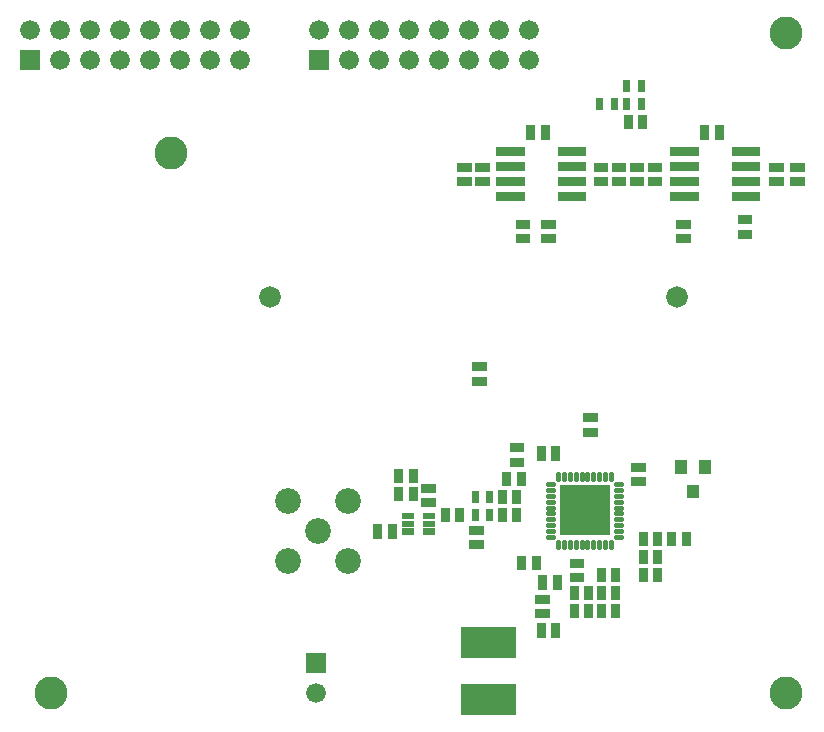
<source format=gbr>
G04 Title: RX Daughterboard, solder mask component side *
G04 Creator: pcb-bin 1.99q *
G04 CreationDate: Thu Apr 28 23:14:29 2005 UTC *
G04 For: matt *
G04 Format: Gerber/RS-274X *
G04 PCB-Dimensions: 275000 250000 *
G04 PCB-Coordinate-Origin: lower left *
%MOIN*%
%FSLAX24Y24*%
%IPPOS*%
%ADD11C,0.0400*%
%ADD12C,0.0080*%
%ADD13C,0.0239*%
%ADD14C,0.0140*%
%ADD15C,0.0300*%
%ADD16C,0.0600*%
%ADD17C,0.0250*%
%ADD18C,0.0450*%
%ADD19C,0.0140*%
%ADD20C,0.0299*%
%ADD21C,0.0100*%
%ADD22C,0.0110*%
%ADD23C,0.0249*%
%ADD24R,0.0240X0.0240*%
%ADD25R,0.0440X0.0440*%
%ADD26R,0.0300X0.0300*%
%ADD27C,0.0060*%
%ADD28C,0.0080*%
%ADD29C,0.0800*%
%ADD30C,0.0860*%
%ADD31C,0.1100X0.0800*%
%ADD32C,0.1100*%
%ADD33C,0.0110*%
%AMTHERM1*7,0,0,0.1100,0.0800,0.0110,45*%
%ADD34THERM1*%
%ADD35R,0.0970X0.0970*%
%ADD36R,0.1170X0.1170*%
%ADD37R,0.1030X0.1030*%
%ADD38C,0.0200*%
%ADD39R,0.0560X0.0560*%
%ADD40R,0.0860X0.0860*%
%ADD41R,0.0620X0.0620*%
%ADD42R,0.1220X0.1220*%
%ADD43R,0.1520X0.1520*%
%ADD44R,0.1280X0.1280*%
%ADD45R,0.0340X0.0340*%
%ADD46R,0.0640X0.0640*%
%ADD47R,0.0400X0.0400*%
%ADD48R,0.0540X0.0540*%
%ADD49R,0.0480X0.0480*%
%ADD50R,0.0680X0.0680*%
%ADD51R,0.0200X0.0200*%
%ADD52R,0.0500X0.0500*%
%ADD53R,0.0600X0.0600*%
%ADD54R,0.0660X0.0660*%
%ADD55R,0.0900X0.0900X0.0600X0.0600*%
%ADD56R,0.0900X0.0900*%
%ADD57C,0.0600*%
%ADD58C,0.0660*%
%AMTHERM2*7,0,0,0.0900,0.0600,0.0100,45*%
%ADD59THERM2*%
%ADD60C,0.0900X0.0600*%
%ADD61C,0.0900*%
%ADD62R,0.0150X0.0150*%
%ADD63R,0.0450X0.0450*%
%ADD64R,0.0210X0.0210*%
%ADD65C,0.0410*%
%ADD66C,0.0170*%
%ADD67R,0.1610X0.1610*%
%ADD68R,0.1910X0.1910*%
%ADD69R,0.1670X0.1670*%
%ADD70C,0.0720*%
%ADD71C,0.0920X0.0720*%
%ADD72C,0.0920*%
%ADD73C,0.0240*%
%ADD74C,0.0340*%
%ADD75C,0.1320*%
%ADD76C,0.1520*%
%ADD77C,0.1520X0.1320*%
%ADD78C,0.0600*%
%ADD79C,0.0125*%
%AMTHERM3*7,0,0,0.0800,0.0600,0.0125,45*%
%ADD80THERM3*%
%ADD81C,0.0800*%
%ADD82C,0.0800X0.0600*%
%ADD83C,0.0350*%
%ADD84C,0.0100*%
%AMTHERM4*7,0,0,0.0510,0.0350,0.0100,45*%
%ADD85THERM4*%
%ADD86C,0.0510*%
%ADD87C,0.0510X0.0350*%
%ADD88C,0.0360*%
%ADD89C,0.0520*%
%ADD90C,0.0520X0.0360*%
%AMTHERM5*7,0,0,0.0799,0.0600,0.0125,45*%
%ADD91THERM5*%
%ADD92C,0.0799*%
%ADD93C,0.0799X0.0600*%
%ADD94C,0.0090*%
%AMTHERM6*7,0,0,0.0520,0.0360,0.0090,45*%
%ADD95THERM6*%
%ADD96C,0.0310*%
%ADD97C,0.0080*%
%AMTHERM7*7,0,0,0.0469,0.0310,0.0080,45*%
%ADD98THERM7*%
%ADD99C,0.0469*%
%ADD100C,0.0469X0.0310*%
%AMTHERM8*7,0,0,0.0510,0.0350,0.0100,45*%
%ADD101THERM8*%
%ADD102C,0.0510*%
%ADD103C,0.0510X0.0350*%
%LNGROUP_3*%
%LPD*%
G01X0Y0D02*
G54D26*X15710Y11910D02*X15890D01*
X15710Y12390D02*X15890D01*
X19760Y19040D02*X19940D01*
X19760Y18560D02*X19940D01*
X20960D02*X21140D01*
X20960Y19040D02*X21140D01*
X21560D02*X21740D01*
X21560Y18560D02*X21740D01*
X20360D02*X20540D01*
X20360Y19040D02*X20540D01*
X20760Y20640D02*Y20460D01*
X21240Y20640D02*Y20460D01*
X17990Y20290D02*Y20110D01*
X17510Y20290D02*Y20110D01*
G54D47*X23300Y9080D02*Y9020D01*
X22520Y9080D02*Y9020D01*
X22910Y8260D02*Y8200D01*
G54D26*X23790Y20290D02*Y20110D01*
X23310Y20290D02*Y20110D01*
G54D24*X20710Y21840D02*Y21660D01*
X21190Y21840D02*Y21660D01*
G54D26*X17860Y3690D02*Y3510D01*
X18340Y3690D02*Y3510D01*
X17810Y4640D02*X17990D01*
X17810Y4160D02*X17990D01*
X17910Y5290D02*Y5110D01*
X18390Y5290D02*Y5110D01*
G54D24*X15660Y8140D02*Y7960D01*
X16140Y8140D02*Y7960D01*
G54D26*X14010Y8340D02*X14190D01*
X14010Y7860D02*X14190D01*
X13590Y8240D02*Y8060D01*
X13110Y8240D02*Y8060D01*
X14660Y7540D02*Y7360D01*
X15140Y7540D02*Y7360D01*
X17210Y5940D02*Y5760D01*
X17690Y5940D02*Y5760D01*
X21260Y6140D02*Y5960D01*
X21740Y6140D02*Y5960D01*
X16560Y7540D02*Y7360D01*
X17040Y7540D02*Y7360D01*
X15610Y6460D02*X15790D01*
X15610Y6940D02*X15790D01*
X18960Y5840D02*X19140D01*
X18960Y5360D02*X19140D01*
X17860Y9590D02*Y9410D01*
X18340Y9590D02*Y9410D01*
X16960Y9690D02*X17140D01*
X16960Y9210D02*X17140D01*
X22210Y6740D02*Y6560D01*
X22690Y6740D02*Y6560D01*
X19410Y10690D02*X19590D01*
X19410Y10210D02*X19590D01*
X13590Y8840D02*Y8660D01*
X13110Y8840D02*Y8660D01*
X21740Y5540D02*Y5360D01*
X21260Y5540D02*Y5360D01*
X16560Y8140D02*Y7960D01*
X17040Y8140D02*Y7960D01*
X21010Y9040D02*X21190D01*
X21010Y8560D02*X21190D01*
X16710Y8740D02*Y8560D01*
X17190Y8740D02*Y8560D01*
G54D37*X15710Y3190D02*X16490D01*
X15710Y1310D02*X16490D01*
G54D26*X15810Y19040D02*X15990D01*
X15810Y18560D02*X15990D01*
X21250Y6740D02*Y6560D01*
X21730Y6740D02*Y6560D01*
X26310Y18560D02*X26490D01*
X26310Y19040D02*X26490D01*
X19860Y4340D02*Y4160D01*
X20340Y4340D02*Y4160D01*
G54D64*X13310Y7410D02*X13510D01*
X13310Y7150D02*X13510D01*
X13310Y6900D02*X13510D01*
X14010D02*X14210D01*
X14010Y7150D02*X14210D01*
X14010Y7410D02*X14210D01*
G54D26*X24350Y18050D02*X25000D01*
X24350Y18550D02*X25000D01*
X24350Y19050D02*X25000D01*
X24350Y19550D02*X25000D01*
X22300D02*X22950D01*
X22300Y19050D02*X22950D01*
X22300Y18550D02*X22950D01*
X22300Y18050D02*X22950D01*
X18960Y4340D02*Y4160D01*
X19440Y4340D02*Y4160D01*
X24560Y17290D02*X24740D01*
X24560Y16810D02*X24740D01*
X25610Y19040D02*X25790D01*
X25610Y18560D02*X25790D01*
G54D66*X18080Y8480D02*X18250D01*
X18080Y8280D02*X18250D01*
X18080Y8090D02*X18250D01*
X18080Y7890D02*X18250D01*
X18080Y7690D02*X18250D01*
X18080Y7510D02*X18250D01*
X18080Y7310D02*X18250D01*
X18080Y7110D02*X18250D01*
X18080Y6920D02*X18250D01*
X18080Y6720D02*X18250D01*
X18420Y6550D02*Y6380D01*
X18620Y6550D02*Y6380D01*
X18810Y6550D02*Y6380D01*
X19010Y6550D02*Y6380D01*
X19210Y6550D02*Y6380D01*
X19390Y6550D02*Y6380D01*
X19590Y6550D02*Y6380D01*
X19790Y6550D02*Y6380D01*
X19980Y6550D02*Y6380D01*
X20180Y6550D02*Y6380D01*
X20350Y6720D02*X20520D01*
X20350Y6920D02*X20520D01*
X20350Y7110D02*X20520D01*
X20350Y7310D02*X20520D01*
X20350Y7510D02*X20520D01*
X20350Y7690D02*X20520D01*
X20350Y7890D02*X20520D01*
X20350Y8090D02*X20520D01*
X20350Y8280D02*X20520D01*
X20350Y8480D02*X20520D01*
X20180Y8820D02*Y8650D01*
X19980Y8820D02*Y8650D01*
X19790Y8820D02*Y8650D01*
X19590Y8820D02*Y8650D01*
X19390Y8820D02*Y8650D01*
X19210Y8820D02*Y8650D01*
X19010Y8820D02*Y8650D01*
X18810Y8820D02*Y8650D01*
X18620Y8820D02*Y8650D01*
X18420Y8820D02*Y8650D01*
G54D69*X19300Y7600D03*
G54D26*X20340Y4940D02*Y4760D01*
X19860Y4940D02*Y4760D01*
X22510Y17140D02*X22690D01*
X22510Y16660D02*X22690D01*
X18550Y18050D02*X19200D01*
X18550Y18550D02*X19200D01*
X18550Y19050D02*X19200D01*
X18550Y19550D02*X19200D01*
X16500D02*X17150D01*
X16500Y19050D02*X17150D01*
X16500Y18550D02*X17150D01*
X16500Y18050D02*X17150D01*
X12410Y6990D02*Y6810D01*
X12890Y6990D02*Y6810D01*
X15210Y18560D02*X15390D01*
X15210Y19040D02*X15390D01*
G54D24*X15660Y7540D02*Y7360D01*
X16140Y7540D02*Y7360D01*
G54D26*X19440Y4940D02*Y4760D01*
X18960Y4940D02*Y4760D01*
X17160Y17140D02*X17340D01*
X17160Y16660D02*X17340D01*
X18010Y17140D02*X18190D01*
X18010Y16660D02*X18190D01*
X20340Y5540D02*Y5360D01*
X19860Y5540D02*Y5360D01*
G54D24*X20710Y21240D02*Y21060D01*
X21190Y21240D02*Y21060D01*
X19810Y21240D02*Y21060D01*
X20290Y21240D02*Y21060D01*
G54D30*X10400Y6900D03*
X11400Y7900D03*
Y5900D03*
X9400Y7900D03*
Y5900D03*
G54D54*X10450Y22600D03*
G54D58*Y23600D03*
X11450Y22600D03*
Y23600D03*
X12450Y22600D03*
Y23600D03*
X13450Y22600D03*
Y23600D03*
X14450Y22600D03*
Y23600D03*
X15450Y22600D03*
Y23600D03*
X16450Y22600D03*
Y23600D03*
X17450Y22600D03*
Y23600D03*
G54D70*X8830Y14700D03*
X22373D03*
G54D54*X800Y22600D03*
G54D58*Y23600D03*
X1800Y22600D03*
Y23600D03*
X2800Y22600D03*
Y23600D03*
X3800Y22600D03*
Y23600D03*
X4800Y22600D03*
Y23600D03*
X5800Y22600D03*
Y23600D03*
X6800Y22600D03*
Y23600D03*
X7800Y22600D03*
Y23600D03*
G54D54*X10350Y2500D03*
G54D58*Y1500D03*
G54D32*X1500D03*
X26000D03*
Y23500D03*
X5500Y19500D03*
M02*

</source>
